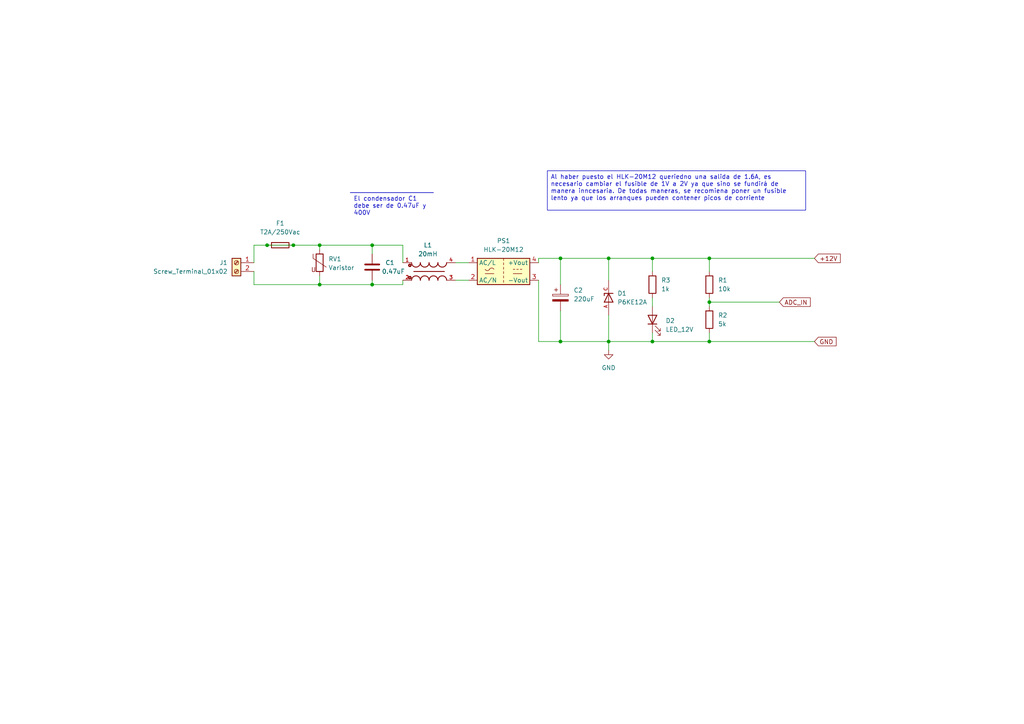
<source format=kicad_sch>
(kicad_sch
	(version 20250114)
	(generator "eeschema")
	(generator_version "9.0")
	(uuid "1f02fb27-fb15-4b09-994c-cc6aea473e7b")
	(paper "A4")
	(title_block
		(title "Convertidor CA a CC (+12V)")
	)
	(lib_symbols
		(symbol "Connector:Screw_Terminal_01x02"
			(pin_names
				(offset 1.016)
				(hide yes)
			)
			(exclude_from_sim no)
			(in_bom yes)
			(on_board yes)
			(property "Reference" "J"
				(at 0 2.54 0)
				(effects
					(font
						(size 1.27 1.27)
					)
				)
			)
			(property "Value" "Screw_Terminal_01x02"
				(at 0 -5.08 0)
				(effects
					(font
						(size 1.27 1.27)
					)
				)
			)
			(property "Footprint" ""
				(at 0 0 0)
				(effects
					(font
						(size 1.27 1.27)
					)
					(hide yes)
				)
			)
			(property "Datasheet" "~"
				(at 0 0 0)
				(effects
					(font
						(size 1.27 1.27)
					)
					(hide yes)
				)
			)
			(property "Description" "Generic screw terminal, single row, 01x02, script generated (kicad-library-utils/schlib/autogen/connector/)"
				(at 0 0 0)
				(effects
					(font
						(size 1.27 1.27)
					)
					(hide yes)
				)
			)
			(property "ki_keywords" "screw terminal"
				(at 0 0 0)
				(effects
					(font
						(size 1.27 1.27)
					)
					(hide yes)
				)
			)
			(property "ki_fp_filters" "TerminalBlock*:*"
				(at 0 0 0)
				(effects
					(font
						(size 1.27 1.27)
					)
					(hide yes)
				)
			)
			(symbol "Screw_Terminal_01x02_1_1"
				(rectangle
					(start -1.27 1.27)
					(end 1.27 -3.81)
					(stroke
						(width 0.254)
						(type default)
					)
					(fill
						(type background)
					)
				)
				(polyline
					(pts
						(xy -0.5334 0.3302) (xy 0.3302 -0.508)
					)
					(stroke
						(width 0.1524)
						(type default)
					)
					(fill
						(type none)
					)
				)
				(polyline
					(pts
						(xy -0.5334 -2.2098) (xy 0.3302 -3.048)
					)
					(stroke
						(width 0.1524)
						(type default)
					)
					(fill
						(type none)
					)
				)
				(polyline
					(pts
						(xy -0.3556 0.508) (xy 0.508 -0.3302)
					)
					(stroke
						(width 0.1524)
						(type default)
					)
					(fill
						(type none)
					)
				)
				(polyline
					(pts
						(xy -0.3556 -2.032) (xy 0.508 -2.8702)
					)
					(stroke
						(width 0.1524)
						(type default)
					)
					(fill
						(type none)
					)
				)
				(circle
					(center 0 0)
					(radius 0.635)
					(stroke
						(width 0.1524)
						(type default)
					)
					(fill
						(type none)
					)
				)
				(circle
					(center 0 -2.54)
					(radius 0.635)
					(stroke
						(width 0.1524)
						(type default)
					)
					(fill
						(type none)
					)
				)
				(pin passive line
					(at -5.08 0 0)
					(length 3.81)
					(name "Pin_1"
						(effects
							(font
								(size 1.27 1.27)
							)
						)
					)
					(number "1"
						(effects
							(font
								(size 1.27 1.27)
							)
						)
					)
				)
				(pin passive line
					(at -5.08 -2.54 0)
					(length 3.81)
					(name "Pin_2"
						(effects
							(font
								(size 1.27 1.27)
							)
						)
					)
					(number "2"
						(effects
							(font
								(size 1.27 1.27)
							)
						)
					)
				)
			)
			(embedded_fonts no)
		)
		(symbol "Converter_ACDC:HLK-20M12"
			(exclude_from_sim no)
			(in_bom yes)
			(on_board yes)
			(property "Reference" "PS"
				(at 0 5.08 0)
				(effects
					(font
						(size 1.27 1.27)
					)
				)
			)
			(property "Value" "HLK-20M12"
				(at 0 -5.08 0)
				(effects
					(font
						(size 1.27 1.27)
					)
				)
			)
			(property "Footprint" "Converter_ACDC:Converter_ACDC_Hi-Link_HLK-20Mxx"
				(at 0 -6.985 0)
				(effects
					(font
						(size 1.27 1.27)
					)
					(hide yes)
				)
			)
			(property "Datasheet" "https://h.hlktech.com/download/ACDC%E7%94%B5%E6%BA%90%E6%A8%A1%E5%9D%9720W%E7%B3%BB%E5%88%97/1/%E6%B5%B7%E5%87%8C%E7%A7%9120W%E7%B3%BB%E5%88%97%E7%94%B5%E6%BA%90%E6%A8%A1%E5%9D%97%E8%A7%84%E6%A0%BC%E4%B9%A6V1.6.pdf"
				(at 0 -8.89 0)
				(effects
					(font
						(size 1.27 1.27)
					)
					(hide yes)
				)
			)
			(property "Description" "Compact AC/DC board mount power module 20W 12V"
				(at 0 0 0)
				(effects
					(font
						(size 1.27 1.27)
					)
					(hide yes)
				)
			)
			(property "ki_keywords" "AC/DC module power supply"
				(at 0 0 0)
				(effects
					(font
						(size 1.27 1.27)
					)
					(hide yes)
				)
			)
			(property "ki_fp_filters" "Converter*ACDC*Hi?Link*HLK?20M*"
				(at 0 0 0)
				(effects
					(font
						(size 1.27 1.27)
					)
					(hide yes)
				)
			)
			(symbol "HLK-20M12_0_1"
				(rectangle
					(start -7.62 3.81)
					(end 7.62 -3.81)
					(stroke
						(width 0.254)
						(type default)
					)
					(fill
						(type background)
					)
				)
				(polyline
					(pts
						(xy -5.334 -0.635) (xy -2.794 -0.635)
					)
					(stroke
						(width 0)
						(type default)
					)
					(fill
						(type none)
					)
				)
				(arc
					(start -4.064 0.635)
					(mid -4.699 0.2495)
					(end -5.334 0.635)
					(stroke
						(width 0)
						(type default)
					)
					(fill
						(type none)
					)
				)
				(arc
					(start -4.064 0.635)
					(mid -3.429 1.0072)
					(end -2.794 0.635)
					(stroke
						(width 0)
						(type default)
					)
					(fill
						(type none)
					)
				)
				(polyline
					(pts
						(xy 0 3.81) (xy 0 3.175)
					)
					(stroke
						(width 0)
						(type default)
					)
					(fill
						(type none)
					)
				)
				(polyline
					(pts
						(xy 0 2.54) (xy 0 1.905)
					)
					(stroke
						(width 0)
						(type default)
					)
					(fill
						(type none)
					)
				)
				(polyline
					(pts
						(xy 0 1.27) (xy 0 0.635)
					)
					(stroke
						(width 0)
						(type default)
					)
					(fill
						(type none)
					)
				)
				(polyline
					(pts
						(xy 0 0) (xy 0 -0.635)
					)
					(stroke
						(width 0)
						(type default)
					)
					(fill
						(type none)
					)
				)
				(polyline
					(pts
						(xy 0 -1.27) (xy 0 -1.905)
					)
					(stroke
						(width 0)
						(type default)
					)
					(fill
						(type none)
					)
				)
				(polyline
					(pts
						(xy 0 -2.54) (xy 0 -3.175)
					)
					(stroke
						(width 0)
						(type default)
					)
					(fill
						(type none)
					)
				)
				(polyline
					(pts
						(xy 2.794 0.635) (xy 3.302 0.635)
					)
					(stroke
						(width 0)
						(type default)
					)
					(fill
						(type none)
					)
				)
				(polyline
					(pts
						(xy 2.794 -0.635) (xy 5.334 -0.635)
					)
					(stroke
						(width 0)
						(type default)
					)
					(fill
						(type none)
					)
				)
				(polyline
					(pts
						(xy 3.81 0.635) (xy 4.318 0.635)
					)
					(stroke
						(width 0)
						(type default)
					)
					(fill
						(type none)
					)
				)
				(polyline
					(pts
						(xy 4.826 0.635) (xy 5.334 0.635)
					)
					(stroke
						(width 0)
						(type default)
					)
					(fill
						(type none)
					)
				)
			)
			(symbol "HLK-20M12_1_1"
				(pin power_in line
					(at -10.16 2.54 0)
					(length 2.54)
					(name "AC/L"
						(effects
							(font
								(size 1.27 1.27)
							)
						)
					)
					(number "1"
						(effects
							(font
								(size 1.27 1.27)
							)
						)
					)
				)
				(pin power_in line
					(at -10.16 -2.54 0)
					(length 2.54)
					(name "AC/N"
						(effects
							(font
								(size 1.27 1.27)
							)
						)
					)
					(number "2"
						(effects
							(font
								(size 1.27 1.27)
							)
						)
					)
				)
				(pin power_out line
					(at 10.16 2.54 180)
					(length 2.54)
					(name "+Vout"
						(effects
							(font
								(size 1.27 1.27)
							)
						)
					)
					(number "4"
						(effects
							(font
								(size 1.27 1.27)
							)
						)
					)
				)
				(pin power_out line
					(at 10.16 -2.54 180)
					(length 2.54)
					(name "-Vout"
						(effects
							(font
								(size 1.27 1.27)
							)
						)
					)
					(number "3"
						(effects
							(font
								(size 1.27 1.27)
							)
						)
					)
				)
			)
			(embedded_fonts no)
		)
		(symbol "Device:C"
			(pin_numbers
				(hide yes)
			)
			(pin_names
				(offset 0.254)
			)
			(exclude_from_sim no)
			(in_bom yes)
			(on_board yes)
			(property "Reference" "C"
				(at 0.635 2.54 0)
				(effects
					(font
						(size 1.27 1.27)
					)
					(justify left)
				)
			)
			(property "Value" "C"
				(at 0.635 -2.54 0)
				(effects
					(font
						(size 1.27 1.27)
					)
					(justify left)
				)
			)
			(property "Footprint" ""
				(at 0.9652 -3.81 0)
				(effects
					(font
						(size 1.27 1.27)
					)
					(hide yes)
				)
			)
			(property "Datasheet" "~"
				(at 0 0 0)
				(effects
					(font
						(size 1.27 1.27)
					)
					(hide yes)
				)
			)
			(property "Description" "Unpolarized capacitor"
				(at 0 0 0)
				(effects
					(font
						(size 1.27 1.27)
					)
					(hide yes)
				)
			)
			(property "ki_keywords" "cap capacitor"
				(at 0 0 0)
				(effects
					(font
						(size 1.27 1.27)
					)
					(hide yes)
				)
			)
			(property "ki_fp_filters" "C_*"
				(at 0 0 0)
				(effects
					(font
						(size 1.27 1.27)
					)
					(hide yes)
				)
			)
			(symbol "C_0_1"
				(polyline
					(pts
						(xy -2.032 0.762) (xy 2.032 0.762)
					)
					(stroke
						(width 0.508)
						(type default)
					)
					(fill
						(type none)
					)
				)
				(polyline
					(pts
						(xy -2.032 -0.762) (xy 2.032 -0.762)
					)
					(stroke
						(width 0.508)
						(type default)
					)
					(fill
						(type none)
					)
				)
			)
			(symbol "C_1_1"
				(pin passive line
					(at 0 3.81 270)
					(length 2.794)
					(name "~"
						(effects
							(font
								(size 1.27 1.27)
							)
						)
					)
					(number "1"
						(effects
							(font
								(size 1.27 1.27)
							)
						)
					)
				)
				(pin passive line
					(at 0 -3.81 90)
					(length 2.794)
					(name "~"
						(effects
							(font
								(size 1.27 1.27)
							)
						)
					)
					(number "2"
						(effects
							(font
								(size 1.27 1.27)
							)
						)
					)
				)
			)
			(embedded_fonts no)
		)
		(symbol "Device:C_Polarized"
			(pin_numbers
				(hide yes)
			)
			(pin_names
				(offset 0.254)
			)
			(exclude_from_sim no)
			(in_bom yes)
			(on_board yes)
			(property "Reference" "C"
				(at 0.635 2.54 0)
				(effects
					(font
						(size 1.27 1.27)
					)
					(justify left)
				)
			)
			(property "Value" "C_Polarized"
				(at 0.635 -2.54 0)
				(effects
					(font
						(size 1.27 1.27)
					)
					(justify left)
				)
			)
			(property "Footprint" ""
				(at 0.9652 -3.81 0)
				(effects
					(font
						(size 1.27 1.27)
					)
					(hide yes)
				)
			)
			(property "Datasheet" "~"
				(at 0 0 0)
				(effects
					(font
						(size 1.27 1.27)
					)
					(hide yes)
				)
			)
			(property "Description" "Polarized capacitor"
				(at 0 0 0)
				(effects
					(font
						(size 1.27 1.27)
					)
					(hide yes)
				)
			)
			(property "ki_keywords" "cap capacitor"
				(at 0 0 0)
				(effects
					(font
						(size 1.27 1.27)
					)
					(hide yes)
				)
			)
			(property "ki_fp_filters" "CP_*"
				(at 0 0 0)
				(effects
					(font
						(size 1.27 1.27)
					)
					(hide yes)
				)
			)
			(symbol "C_Polarized_0_1"
				(rectangle
					(start -2.286 0.508)
					(end 2.286 1.016)
					(stroke
						(width 0)
						(type default)
					)
					(fill
						(type none)
					)
				)
				(polyline
					(pts
						(xy -1.778 2.286) (xy -0.762 2.286)
					)
					(stroke
						(width 0)
						(type default)
					)
					(fill
						(type none)
					)
				)
				(polyline
					(pts
						(xy -1.27 2.794) (xy -1.27 1.778)
					)
					(stroke
						(width 0)
						(type default)
					)
					(fill
						(type none)
					)
				)
				(rectangle
					(start 2.286 -0.508)
					(end -2.286 -1.016)
					(stroke
						(width 0)
						(type default)
					)
					(fill
						(type outline)
					)
				)
			)
			(symbol "C_Polarized_1_1"
				(pin passive line
					(at 0 3.81 270)
					(length 2.794)
					(name "~"
						(effects
							(font
								(size 1.27 1.27)
							)
						)
					)
					(number "1"
						(effects
							(font
								(size 1.27 1.27)
							)
						)
					)
				)
				(pin passive line
					(at 0 -3.81 90)
					(length 2.794)
					(name "~"
						(effects
							(font
								(size 1.27 1.27)
							)
						)
					)
					(number "2"
						(effects
							(font
								(size 1.27 1.27)
							)
						)
					)
				)
			)
			(embedded_fonts no)
		)
		(symbol "Device:Fuse"
			(pin_numbers
				(hide yes)
			)
			(pin_names
				(offset 0)
			)
			(exclude_from_sim no)
			(in_bom yes)
			(on_board yes)
			(property "Reference" "F"
				(at 2.032 0 90)
				(effects
					(font
						(size 1.27 1.27)
					)
				)
			)
			(property "Value" "Fuse"
				(at -1.905 0 90)
				(effects
					(font
						(size 1.27 1.27)
					)
				)
			)
			(property "Footprint" ""
				(at -1.778 0 90)
				(effects
					(font
						(size 1.27 1.27)
					)
					(hide yes)
				)
			)
			(property "Datasheet" "~"
				(at 0 0 0)
				(effects
					(font
						(size 1.27 1.27)
					)
					(hide yes)
				)
			)
			(property "Description" "Fuse"
				(at 0 0 0)
				(effects
					(font
						(size 1.27 1.27)
					)
					(hide yes)
				)
			)
			(property "ki_keywords" "fuse"
				(at 0 0 0)
				(effects
					(font
						(size 1.27 1.27)
					)
					(hide yes)
				)
			)
			(property "ki_fp_filters" "*Fuse*"
				(at 0 0 0)
				(effects
					(font
						(size 1.27 1.27)
					)
					(hide yes)
				)
			)
			(symbol "Fuse_0_1"
				(rectangle
					(start -0.762 -2.54)
					(end 0.762 2.54)
					(stroke
						(width 0.254)
						(type default)
					)
					(fill
						(type none)
					)
				)
				(polyline
					(pts
						(xy 0 2.54) (xy 0 -2.54)
					)
					(stroke
						(width 0)
						(type default)
					)
					(fill
						(type none)
					)
				)
			)
			(symbol "Fuse_1_1"
				(pin passive line
					(at 0 3.81 270)
					(length 1.27)
					(name "~"
						(effects
							(font
								(size 1.27 1.27)
							)
						)
					)
					(number "1"
						(effects
							(font
								(size 1.27 1.27)
							)
						)
					)
				)
				(pin passive line
					(at 0 -3.81 90)
					(length 1.27)
					(name "~"
						(effects
							(font
								(size 1.27 1.27)
							)
						)
					)
					(number "2"
						(effects
							(font
								(size 1.27 1.27)
							)
						)
					)
				)
			)
			(embedded_fonts no)
		)
		(symbol "Device:LED"
			(pin_numbers
				(hide yes)
			)
			(pin_names
				(offset 1.016)
				(hide yes)
			)
			(exclude_from_sim no)
			(in_bom yes)
			(on_board yes)
			(property "Reference" "D"
				(at 0 2.54 0)
				(effects
					(font
						(size 1.27 1.27)
					)
				)
			)
			(property "Value" "LED"
				(at 0 -2.54 0)
				(effects
					(font
						(size 1.27 1.27)
					)
				)
			)
			(property "Footprint" ""
				(at 0 0 0)
				(effects
					(font
						(size 1.27 1.27)
					)
					(hide yes)
				)
			)
			(property "Datasheet" "~"
				(at 0 0 0)
				(effects
					(font
						(size 1.27 1.27)
					)
					(hide yes)
				)
			)
			(property "Description" "Light emitting diode"
				(at 0 0 0)
				(effects
					(font
						(size 1.27 1.27)
					)
					(hide yes)
				)
			)
			(property "Sim.Pins" "1=K 2=A"
				(at 0 0 0)
				(effects
					(font
						(size 1.27 1.27)
					)
					(hide yes)
				)
			)
			(property "ki_keywords" "LED diode"
				(at 0 0 0)
				(effects
					(font
						(size 1.27 1.27)
					)
					(hide yes)
				)
			)
			(property "ki_fp_filters" "LED* LED_SMD:* LED_THT:*"
				(at 0 0 0)
				(effects
					(font
						(size 1.27 1.27)
					)
					(hide yes)
				)
			)
			(symbol "LED_0_1"
				(polyline
					(pts
						(xy -3.048 -0.762) (xy -4.572 -2.286) (xy -3.81 -2.286) (xy -4.572 -2.286) (xy -4.572 -1.524)
					)
					(stroke
						(width 0)
						(type default)
					)
					(fill
						(type none)
					)
				)
				(polyline
					(pts
						(xy -1.778 -0.762) (xy -3.302 -2.286) (xy -2.54 -2.286) (xy -3.302 -2.286) (xy -3.302 -1.524)
					)
					(stroke
						(width 0)
						(type default)
					)
					(fill
						(type none)
					)
				)
				(polyline
					(pts
						(xy -1.27 0) (xy 1.27 0)
					)
					(stroke
						(width 0)
						(type default)
					)
					(fill
						(type none)
					)
				)
				(polyline
					(pts
						(xy -1.27 -1.27) (xy -1.27 1.27)
					)
					(stroke
						(width 0.254)
						(type default)
					)
					(fill
						(type none)
					)
				)
				(polyline
					(pts
						(xy 1.27 -1.27) (xy 1.27 1.27) (xy -1.27 0) (xy 1.27 -1.27)
					)
					(stroke
						(width 0.254)
						(type default)
					)
					(fill
						(type none)
					)
				)
			)
			(symbol "LED_1_1"
				(pin passive line
					(at -3.81 0 0)
					(length 2.54)
					(name "K"
						(effects
							(font
								(size 1.27 1.27)
							)
						)
					)
					(number "1"
						(effects
							(font
								(size 1.27 1.27)
							)
						)
					)
				)
				(pin passive line
					(at 3.81 0 180)
					(length 2.54)
					(name "A"
						(effects
							(font
								(size 1.27 1.27)
							)
						)
					)
					(number "2"
						(effects
							(font
								(size 1.27 1.27)
							)
						)
					)
				)
			)
			(embedded_fonts no)
		)
		(symbol "Device:R"
			(pin_numbers
				(hide yes)
			)
			(pin_names
				(offset 0)
			)
			(exclude_from_sim no)
			(in_bom yes)
			(on_board yes)
			(property "Reference" "R"
				(at 2.032 0 90)
				(effects
					(font
						(size 1.27 1.27)
					)
				)
			)
			(property "Value" "R"
				(at 0 0 90)
				(effects
					(font
						(size 1.27 1.27)
					)
				)
			)
			(property "Footprint" ""
				(at -1.778 0 90)
				(effects
					(font
						(size 1.27 1.27)
					)
					(hide yes)
				)
			)
			(property "Datasheet" "~"
				(at 0 0 0)
				(effects
					(font
						(size 1.27 1.27)
					)
					(hide yes)
				)
			)
			(property "Description" "Resistor"
				(at 0 0 0)
				(effects
					(font
						(size 1.27 1.27)
					)
					(hide yes)
				)
			)
			(property "ki_keywords" "R res resistor"
				(at 0 0 0)
				(effects
					(font
						(size 1.27 1.27)
					)
					(hide yes)
				)
			)
			(property "ki_fp_filters" "R_*"
				(at 0 0 0)
				(effects
					(font
						(size 1.27 1.27)
					)
					(hide yes)
				)
			)
			(symbol "R_0_1"
				(rectangle
					(start -1.016 -2.54)
					(end 1.016 2.54)
					(stroke
						(width 0.254)
						(type default)
					)
					(fill
						(type none)
					)
				)
			)
			(symbol "R_1_1"
				(pin passive line
					(at 0 3.81 270)
					(length 1.27)
					(name "~"
						(effects
							(font
								(size 1.27 1.27)
							)
						)
					)
					(number "1"
						(effects
							(font
								(size 1.27 1.27)
							)
						)
					)
				)
				(pin passive line
					(at 0 -3.81 90)
					(length 1.27)
					(name "~"
						(effects
							(font
								(size 1.27 1.27)
							)
						)
					)
					(number "2"
						(effects
							(font
								(size 1.27 1.27)
							)
						)
					)
				)
			)
			(embedded_fonts no)
		)
		(symbol "Device:Varistor"
			(pin_numbers
				(hide yes)
			)
			(pin_names
				(offset 0)
			)
			(exclude_from_sim no)
			(in_bom yes)
			(on_board yes)
			(property "Reference" "RV"
				(at 3.175 0 90)
				(effects
					(font
						(size 1.27 1.27)
					)
				)
			)
			(property "Value" "Varistor"
				(at -3.175 0 90)
				(effects
					(font
						(size 1.27 1.27)
					)
				)
			)
			(property "Footprint" ""
				(at -1.778 0 90)
				(effects
					(font
						(size 1.27 1.27)
					)
					(hide yes)
				)
			)
			(property "Datasheet" "~"
				(at 0 0 0)
				(effects
					(font
						(size 1.27 1.27)
					)
					(hide yes)
				)
			)
			(property "Description" "Voltage dependent resistor"
				(at 0 0 0)
				(effects
					(font
						(size 1.27 1.27)
					)
					(hide yes)
				)
			)
			(property "Sim.Name" "kicad_builtin_varistor"
				(at 0 0 0)
				(effects
					(font
						(size 1.27 1.27)
					)
					(hide yes)
				)
			)
			(property "Sim.Device" "SUBCKT"
				(at 0 0 0)
				(effects
					(font
						(size 1.27 1.27)
					)
					(hide yes)
				)
			)
			(property "Sim.Pins" "1=A 2=B"
				(at 0 0 0)
				(effects
					(font
						(size 1.27 1.27)
					)
					(hide yes)
				)
			)
			(property "Sim.Params" "threshold=1k"
				(at 0 0 0)
				(effects
					(font
						(size 1.27 1.27)
					)
					(hide yes)
				)
			)
			(property "Sim.Library" "${KICAD7_SYMBOL_DIR}/Simulation_SPICE.sp"
				(at 0 0 0)
				(effects
					(font
						(size 1.27 1.27)
					)
					(hide yes)
				)
			)
			(property "ki_keywords" "VDR resistance"
				(at 0 0 0)
				(effects
					(font
						(size 1.27 1.27)
					)
					(hide yes)
				)
			)
			(property "ki_fp_filters" "RV_* Varistor*"
				(at 0 0 0)
				(effects
					(font
						(size 1.27 1.27)
					)
					(hide yes)
				)
			)
			(symbol "Varistor_0_0"
				(text "U"
					(at -1.778 -2.032 0)
					(effects
						(font
							(size 1.27 1.27)
						)
					)
				)
			)
			(symbol "Varistor_0_1"
				(polyline
					(pts
						(xy -1.905 2.54) (xy -1.905 1.27) (xy 1.905 -1.27)
					)
					(stroke
						(width 0)
						(type default)
					)
					(fill
						(type none)
					)
				)
				(rectangle
					(start -1.016 -2.54)
					(end 1.016 2.54)
					(stroke
						(width 0.254)
						(type default)
					)
					(fill
						(type none)
					)
				)
			)
			(symbol "Varistor_1_1"
				(pin passive line
					(at 0 3.81 270)
					(length 1.27)
					(name "~"
						(effects
							(font
								(size 1.27 1.27)
							)
						)
					)
					(number "1"
						(effects
							(font
								(size 1.27 1.27)
							)
						)
					)
				)
				(pin passive line
					(at 0 -3.81 90)
					(length 1.27)
					(name "~"
						(effects
							(font
								(size 1.27 1.27)
							)
						)
					)
					(number "2"
						(effects
							(font
								(size 1.27 1.27)
							)
						)
					)
				)
			)
			(embedded_fonts no)
		)
		(symbol "P6KE12A:P6KE12A"
			(pin_names
				(offset 1.016)
			)
			(exclude_from_sim no)
			(in_bom yes)
			(on_board yes)
			(property "Reference" "D"
				(at -5.0835 2.4159 0)
				(effects
					(font
						(size 1.27 1.27)
					)
					(justify left bottom)
				)
			)
			(property "Value" "P6KE12A"
				(at -5.0854 -4.9611 0)
				(effects
					(font
						(size 1.27 1.27)
					)
					(justify left bottom)
				)
			)
			(property "Footprint" "P6KE12A:DIOAD1300W80L670D310"
				(at 0 0 0)
				(effects
					(font
						(size 1.27 1.27)
					)
					(justify bottom)
					(hide yes)
				)
			)
			(property "Datasheet" ""
				(at 0 0 0)
				(effects
					(font
						(size 1.27 1.27)
					)
					(hide yes)
				)
			)
			(property "Description" ""
				(at 0 0 0)
				(effects
					(font
						(size 1.27 1.27)
					)
					(hide yes)
				)
			)
			(property "MF" "Taiwan Semiconductor"
				(at 0 0 0)
				(effects
					(font
						(size 1.27 1.27)
					)
					(justify bottom)
					(hide yes)
				)
			)
			(property "MAXIMUM_PACKAGE_HEIGHT" "3.6 mm"
				(at 0 0 0)
				(effects
					(font
						(size 1.27 1.27)
					)
					(justify bottom)
					(hide yes)
				)
			)
			(property "Package" "DO-15 Taiwan Semiconductor"
				(at 0 0 0)
				(effects
					(font
						(size 1.27 1.27)
					)
					(justify bottom)
					(hide yes)
				)
			)
			(property "Price" "None"
				(at 0 0 0)
				(effects
					(font
						(size 1.27 1.27)
					)
					(justify bottom)
					(hide yes)
				)
			)
			(property "Check_prices" "https://www.snapeda.com/parts/P6KE12A/taiwan/view-part/?ref=eda"
				(at 0 0 0)
				(effects
					(font
						(size 1.27 1.27)
					)
					(justify bottom)
					(hide yes)
				)
			)
			(property "STANDARD" "IPC-7351B"
				(at 0 0 0)
				(effects
					(font
						(size 1.27 1.27)
					)
					(justify bottom)
					(hide yes)
				)
			)
			(property "PARTREV" "K2105"
				(at 0 0 0)
				(effects
					(font
						(size 1.27 1.27)
					)
					(justify bottom)
					(hide yes)
				)
			)
			(property "SnapEDA_Link" "https://www.snapeda.com/parts/P6KE12A/taiwan/view-part/?ref=snap"
				(at 0 0 0)
				(effects
					(font
						(size 1.27 1.27)
					)
					(justify bottom)
					(hide yes)
				)
			)
			(property "MP" "P6KE12A"
				(at 0 0 0)
				(effects
					(font
						(size 1.27 1.27)
					)
					(justify bottom)
					(hide yes)
				)
			)
			(property "Description_1" "600W, 12V, Unidirectional, TVS"
				(at 0 0 0)
				(effects
					(font
						(size 1.27 1.27)
					)
					(justify bottom)
					(hide yes)
				)
			)
			(property "Availability" "In Stock"
				(at 0 0 0)
				(effects
					(font
						(size 1.27 1.27)
					)
					(justify bottom)
					(hide yes)
				)
			)
			(property "MANUFACTURER" "Taiwan Semiconductor"
				(at 0 0 0)
				(effects
					(font
						(size 1.27 1.27)
					)
					(justify bottom)
					(hide yes)
				)
			)
			(symbol "P6KE12A_0_0"
				(polyline
					(pts
						(xy -1.27 0) (xy -1.27 1.27)
					)
					(stroke
						(width 0.254)
						(type default)
					)
					(fill
						(type none)
					)
				)
				(polyline
					(pts
						(xy -1.27 0) (xy 1.27 -1.27)
					)
					(stroke
						(width 0.254)
						(type default)
					)
					(fill
						(type none)
					)
				)
				(polyline
					(pts
						(xy -1.27 -1.27) (xy -1.27 0)
					)
					(stroke
						(width 0.254)
						(type default)
					)
					(fill
						(type none)
					)
				)
				(polyline
					(pts
						(xy -0.635 -1.27) (xy -1.27 -1.27)
					)
					(stroke
						(width 0.254)
						(type default)
					)
					(fill
						(type none)
					)
				)
				(polyline
					(pts
						(xy 1.27 1.27) (xy -1.27 0)
					)
					(stroke
						(width 0.254)
						(type default)
					)
					(fill
						(type none)
					)
				)
				(polyline
					(pts
						(xy 1.27 -1.27) (xy 1.27 1.27)
					)
					(stroke
						(width 0.254)
						(type default)
					)
					(fill
						(type none)
					)
				)
				(pin passive line
					(at -5.08 0 0)
					(length 5.08)
					(name "~"
						(effects
							(font
								(size 1.016 1.016)
							)
						)
					)
					(number "C"
						(effects
							(font
								(size 1.016 1.016)
							)
						)
					)
				)
				(pin passive line
					(at 5.08 0 180)
					(length 5.08)
					(name "~"
						(effects
							(font
								(size 1.016 1.016)
							)
						)
					)
					(number "A"
						(effects
							(font
								(size 1.016 1.016)
							)
						)
					)
				)
			)
			(embedded_fonts no)
		)
		(symbol "WE-CMB_XS:WE-CMB_XS"
			(pin_names
				(offset 1.016)
			)
			(exclude_from_sim no)
			(in_bom yes)
			(on_board yes)
			(property "Reference" "L"
				(at 0 3.51 0)
				(effects
					(font
						(size 1.27 1.27)
					)
					(justify bottom)
				)
			)
			(property "Value" "20mH"
				(at 0 0 0)
				(effects
					(font
						(size 1.27 1.27)
					)
					(justify bottom)
					(hide yes)
				)
			)
			(property "Footprint" "WE-CMB_XS:WE-CMB_XS_744821120"
				(at 0 0 0)
				(effects
					(font
						(size 1.27 1.27)
					)
					(justify bottom)
					(hide yes)
				)
			)
			(property "Datasheet" ""
				(at 0 0 0)
				(effects
					(font
						(size 1.27 1.27)
					)
					(hide yes)
				)
			)
			(property "Description" ""
				(at 0 0 0)
				(effects
					(font
						(size 1.27 1.27)
					)
					(hide yes)
				)
			)
			(property "MF" "Wurth Electronics"
				(at 0 0 0)
				(effects
					(font
						(size 1.27 1.27)
					)
					(justify bottom)
					(hide yes)
				)
			)
			(property "Description_1" "Size Typ XS; L = 20 mH; IR = 0.5 A; RDC = 1000 mΩ"
				(at 0 0 0)
				(effects
					(font
						(size 1.27 1.27)
					)
					(justify bottom)
					(hide yes)
				)
			)
			(property "Package" "Vertical-4 Wurth Electronics"
				(at 0 0 0)
				(effects
					(font
						(size 1.27 1.27)
					)
					(justify bottom)
					(hide yes)
				)
			)
			(property "MOUNT" "THT"
				(at 0 0 0)
				(effects
					(font
						(size 1.27 1.27)
					)
					(justify bottom)
					(hide yes)
				)
			)
			(property "IR" "0.5A"
				(at 0 0 0)
				(effects
					(font
						(size 1.27 1.27)
					)
					(justify bottom)
					(hide yes)
				)
			)
			(property "Availability" "In Stock"
				(at 0 0 0)
				(effects
					(font
						(size 1.27 1.27)
					)
					(justify bottom)
					(hide yes)
				)
			)
			(property "VR" "250 V (AC)"
				(at 0 0 0)
				(effects
					(font
						(size 1.27 1.27)
					)
					(justify bottom)
					(hide yes)
				)
			)
			(property "SnapEDA_Link" "https://www.snapeda.com/parts/744821120/Wurth+Electronics/view-part/?ref=snap"
				(at 0 0 0)
				(effects
					(font
						(size 1.27 1.27)
					)
					(justify bottom)
					(hide yes)
				)
			)
			(property "DATASHEET-URL" "https://www.we-online.com/catalog/datasheet/744821120.pdf"
				(at 0 0 0)
				(effects
					(font
						(size 1.27 1.27)
					)
					(justify bottom)
					(hide yes)
				)
			)
			(property "MP" "744821120"
				(at 0 0 0)
				(effects
					(font
						(size 1.27 1.27)
					)
					(justify bottom)
					(hide yes)
				)
			)
			(property "RDC" "1000mOhm"
				(at 0 0 0)
				(effects
					(font
						(size 1.27 1.27)
					)
					(justify bottom)
					(hide yes)
				)
			)
			(property "PART-NUMBER" "744821120"
				(at 0 0 0)
				(effects
					(font
						(size 1.27 1.27)
					)
					(justify bottom)
					(hide yes)
				)
			)
			(property "VT" "1500  V (AC)"
				(at 0 0 0)
				(effects
					(font
						(size 1.27 1.27)
					)
					(justify bottom)
					(hide yes)
				)
			)
			(property "Price" "None"
				(at 0 0 0)
				(effects
					(font
						(size 1.27 1.27)
					)
					(justify bottom)
					(hide yes)
				)
			)
			(property "Check_prices" "https://www.snapeda.com/parts/744821120/Wurth+Electronics/view-part/?ref=eda"
				(at 0 0 0)
				(effects
					(font
						(size 1.27 1.27)
					)
					(justify bottom)
					(hide yes)
				)
			)
			(symbol "WE-CMB_XS_0_0"
				(circle
					(center -5.588 1.778)
					(radius 0.127)
					(stroke
						(width 0.381)
						(type default)
					)
					(fill
						(type none)
					)
				)
				(circle
					(center -5.588 -1.778)
					(radius 0.127)
					(stroke
						(width 0.381)
						(type default)
					)
					(fill
						(type none)
					)
				)
				(polyline
					(pts
						(xy -4.445 0) (xy 4.445 0)
					)
					(stroke
						(width 0.254)
						(type default)
					)
					(fill
						(type none)
					)
				)
				(arc
					(start -2.54 2.54)
					(mid -3.81 1.2755)
					(end -5.08 2.54)
					(stroke
						(width 0.254)
						(type default)
					)
					(fill
						(type none)
					)
				)
				(arc
					(start -5.08 -2.54)
					(mid -3.81 -1.2755)
					(end -2.54 -2.54)
					(stroke
						(width 0.254)
						(type default)
					)
					(fill
						(type none)
					)
				)
				(arc
					(start 0 2.54)
					(mid -1.27 1.2755)
					(end -2.54 2.54)
					(stroke
						(width 0.254)
						(type default)
					)
					(fill
						(type none)
					)
				)
				(arc
					(start -2.54 -2.54)
					(mid -1.27 -1.2755)
					(end 0 -2.54)
					(stroke
						(width 0.254)
						(type default)
					)
					(fill
						(type none)
					)
				)
				(arc
					(start 2.54 2.54)
					(mid 1.27 1.2755)
					(end 0 2.54)
					(stroke
						(width 0.254)
						(type default)
					)
					(fill
						(type none)
					)
				)
				(arc
					(start 0 -2.54)
					(mid 1.27 -1.2755)
					(end 2.54 -2.54)
					(stroke
						(width 0.254)
						(type default)
					)
					(fill
						(type none)
					)
				)
				(arc
					(start 5.08 2.54)
					(mid 3.81 1.2755)
					(end 2.54 2.54)
					(stroke
						(width 0.254)
						(type default)
					)
					(fill
						(type none)
					)
				)
				(arc
					(start 2.54 -2.54)
					(mid 3.81 -1.2755)
					(end 5.08 -2.54)
					(stroke
						(width 0.254)
						(type default)
					)
					(fill
						(type none)
					)
				)
				(pin passive line
					(at -7.62 2.54 0)
					(length 2.54)
					(name "~"
						(effects
							(font
								(size 1.016 1.016)
							)
						)
					)
					(number "1"
						(effects
							(font
								(size 1.016 1.016)
							)
						)
					)
				)
				(pin passive line
					(at -7.62 -2.54 0)
					(length 2.54)
					(name "~"
						(effects
							(font
								(size 1.016 1.016)
							)
						)
					)
					(number "2"
						(effects
							(font
								(size 1.016 1.016)
							)
						)
					)
				)
				(pin passive line
					(at 7.62 2.54 180)
					(length 2.54)
					(name "~"
						(effects
							(font
								(size 1.016 1.016)
							)
						)
					)
					(number "4"
						(effects
							(font
								(size 1.016 1.016)
							)
						)
					)
				)
				(pin passive line
					(at 7.62 -2.54 180)
					(length 2.54)
					(name "~"
						(effects
							(font
								(size 1.016 1.016)
							)
						)
					)
					(number "3"
						(effects
							(font
								(size 1.016 1.016)
							)
						)
					)
				)
			)
			(embedded_fonts no)
		)
		(symbol "power:GND"
			(power)
			(pin_numbers
				(hide yes)
			)
			(pin_names
				(offset 0)
				(hide yes)
			)
			(exclude_from_sim no)
			(in_bom yes)
			(on_board yes)
			(property "Reference" "#PWR"
				(at 0 -6.35 0)
				(effects
					(font
						(size 1.27 1.27)
					)
					(hide yes)
				)
			)
			(property "Value" "GND"
				(at 0 -3.81 0)
				(effects
					(font
						(size 1.27 1.27)
					)
				)
			)
			(property "Footprint" ""
				(at 0 0 0)
				(effects
					(font
						(size 1.27 1.27)
					)
					(hide yes)
				)
			)
			(property "Datasheet" ""
				(at 0 0 0)
				(effects
					(font
						(size 1.27 1.27)
					)
					(hide yes)
				)
			)
			(property "Description" "Power symbol creates a global label with name \"GND\" , ground"
				(at 0 0 0)
				(effects
					(font
						(size 1.27 1.27)
					)
					(hide yes)
				)
			)
			(property "ki_keywords" "global power"
				(at 0 0 0)
				(effects
					(font
						(size 1.27 1.27)
					)
					(hide yes)
				)
			)
			(symbol "GND_0_1"
				(polyline
					(pts
						(xy 0 0) (xy 0 -1.27) (xy 1.27 -1.27) (xy 0 -2.54) (xy -1.27 -1.27) (xy 0 -1.27)
					)
					(stroke
						(width 0)
						(type default)
					)
					(fill
						(type none)
					)
				)
			)
			(symbol "GND_1_1"
				(pin power_in line
					(at 0 0 270)
					(length 0)
					(name "~"
						(effects
							(font
								(size 1.27 1.27)
							)
						)
					)
					(number "1"
						(effects
							(font
								(size 1.27 1.27)
							)
						)
					)
				)
			)
			(embedded_fonts no)
		)
	)
	(text_box "El condensador C1 debe ser de 0.47uF y 400V \n"
		(exclude_from_sim no)
		(at 101.6 55.8546 0)
		(size 24.13 0.0254)
		(margins 0.9525 0.9525 0.9525 0.9525)
		(stroke
			(width 0)
			(type solid)
		)
		(fill
			(type none)
		)
		(effects
			(font
				(size 1.27 1.27)
			)
			(justify left top)
		)
		(uuid "023c902c-5b2c-4ea0-9987-50ddb0e71ed9")
	)
	(text_box "Al haber puesto el HLK-20M12 queriedno una salida de 1.6A, es necesario cambiar el fusible de 1V a 2V ya que sino se fundirá de manera inncesaria. De todas maneras, se recomiena poner un fusible lento ya que los arranques pueden contener picos de corriente\n"
		(exclude_from_sim no)
		(at 158.75 49.53 0)
		(size 74.93 11.43)
		(margins 0.9525 0.9525 0.9525 0.9525)
		(stroke
			(width 0)
			(type solid)
		)
		(fill
			(type none)
		)
		(effects
			(font
				(size 1.27 1.27)
			)
			(justify left top)
		)
		(uuid "ac66adf2-654c-404f-aa85-be5e6c77d131")
	)
	(junction
		(at 176.53 74.93)
		(diameter 0)
		(color 0 0 0 0)
		(uuid "089713ae-3a5a-4746-9fe1-e1d5940111e4")
	)
	(junction
		(at 107.95 71.12)
		(diameter 0)
		(color 0 0 0 0)
		(uuid "1a973475-192a-4b93-b161-d75cb9ddf7d0")
	)
	(junction
		(at 92.71 71.12)
		(diameter 0)
		(color 0 0 0 0)
		(uuid "1bd32811-609a-40b2-85c7-f4db7751378f")
	)
	(junction
		(at 189.23 74.93)
		(diameter 0)
		(color 0 0 0 0)
		(uuid "23f0ab72-b9f4-4b9b-964d-6e7bd1755868")
	)
	(junction
		(at 92.71 82.55)
		(diameter 0)
		(color 0 0 0 0)
		(uuid "2b622a1d-89f5-48c3-8d1e-3600acc1d49f")
	)
	(junction
		(at 85.09 71.12)
		(diameter 0)
		(color 0 0 0 0)
		(uuid "3dc97252-2d0c-45ae-ab77-ef40cd84a0d6")
	)
	(junction
		(at 162.56 99.06)
		(diameter 0)
		(color 0 0 0 0)
		(uuid "4f17d732-d278-4252-8298-873899594dd1")
	)
	(junction
		(at 107.95 82.55)
		(diameter 0)
		(color 0 0 0 0)
		(uuid "5f69cba8-ffe6-4c39-9054-adf026064a0f")
	)
	(junction
		(at 189.23 99.06)
		(diameter 0)
		(color 0 0 0 0)
		(uuid "817122dc-fd82-4a9d-98d7-6377c8dd40ac")
	)
	(junction
		(at 205.74 99.06)
		(diameter 0)
		(color 0 0 0 0)
		(uuid "9e0e42f2-28df-431c-a0a3-621e950758af")
	)
	(junction
		(at 162.56 74.93)
		(diameter 0)
		(color 0 0 0 0)
		(uuid "a4114764-fdbe-43a1-bf0d-5634ade5c485")
	)
	(junction
		(at 205.74 74.93)
		(diameter 0)
		(color 0 0 0 0)
		(uuid "ad548323-928f-4393-a30d-da867fc4e404")
	)
	(junction
		(at 77.47 71.12)
		(diameter 0)
		(color 0 0 0 0)
		(uuid "b1cb2ae8-8916-4dad-af13-0dc9d34e9dbc")
	)
	(junction
		(at 176.53 99.06)
		(diameter 0)
		(color 0 0 0 0)
		(uuid "c8de65bb-9c81-445b-89da-678e13987c2e")
	)
	(junction
		(at 205.74 87.63)
		(diameter 0)
		(color 0 0 0 0)
		(uuid "f388e8d1-5dd0-4f28-949e-ffc1e38962b1")
	)
	(wire
		(pts
			(xy 132.08 76.2) (xy 135.89 76.2)
		)
		(stroke
			(width 0)
			(type default)
		)
		(uuid "01d65cb9-55fc-4a58-869a-7401119ac290")
	)
	(wire
		(pts
			(xy 107.95 82.55) (xy 116.84 82.55)
		)
		(stroke
			(width 0)
			(type default)
		)
		(uuid "09327d26-14b0-485d-999b-bb4d7b9328d3")
	)
	(wire
		(pts
			(xy 116.84 71.12) (xy 116.84 76.2)
		)
		(stroke
			(width 0)
			(type default)
		)
		(uuid "0eda05c8-c415-4a8e-9b4d-4f0275482ae8")
	)
	(wire
		(pts
			(xy 73.66 82.55) (xy 92.71 82.55)
		)
		(stroke
			(width 0)
			(type default)
		)
		(uuid "1a12a894-f393-445b-bd7b-c9b766f18fdd")
	)
	(wire
		(pts
			(xy 77.47 71.12) (xy 85.09 71.12)
		)
		(stroke
			(width 0)
			(type default)
		)
		(uuid "1a58edad-3918-442c-934d-a2041f1c5579")
	)
	(wire
		(pts
			(xy 189.23 86.36) (xy 189.23 88.9)
		)
		(stroke
			(width 0)
			(type default)
		)
		(uuid "1cd21a34-98e4-47d5-a9e5-c06145eaf8e3")
	)
	(wire
		(pts
			(xy 162.56 99.06) (xy 176.53 99.06)
		)
		(stroke
			(width 0)
			(type default)
		)
		(uuid "23f44547-9b1a-4a66-9b33-d9c5ca178c75")
	)
	(wire
		(pts
			(xy 107.95 71.12) (xy 116.84 71.12)
		)
		(stroke
			(width 0)
			(type default)
		)
		(uuid "24c3ed46-44b2-4169-be6e-7d8e657b36c1")
	)
	(wire
		(pts
			(xy 176.53 81.28) (xy 176.53 74.93)
		)
		(stroke
			(width 0)
			(type default)
		)
		(uuid "2d297abb-4120-44ae-9036-15947d20f6e1")
	)
	(wire
		(pts
			(xy 205.74 74.93) (xy 205.74 78.74)
		)
		(stroke
			(width 0)
			(type default)
		)
		(uuid "3485f69d-24ab-4367-9f25-8fb7f72311b8")
	)
	(wire
		(pts
			(xy 162.56 90.17) (xy 162.56 99.06)
		)
		(stroke
			(width 0)
			(type default)
		)
		(uuid "419ab9fe-7a0d-442a-a911-297eb0f22de4")
	)
	(wire
		(pts
			(xy 73.66 71.12) (xy 77.47 71.12)
		)
		(stroke
			(width 0)
			(type default)
		)
		(uuid "54575e26-19be-4bb3-9aad-b4ee72ce286b")
	)
	(wire
		(pts
			(xy 156.21 74.93) (xy 162.56 74.93)
		)
		(stroke
			(width 0)
			(type default)
		)
		(uuid "5bda0b21-21e1-48c6-8b37-5065bb06d475")
	)
	(wire
		(pts
			(xy 176.53 99.06) (xy 189.23 99.06)
		)
		(stroke
			(width 0)
			(type default)
		)
		(uuid "61b1bf02-0bf7-4037-a01f-dd8f720e93ea")
	)
	(wire
		(pts
			(xy 189.23 96.52) (xy 189.23 99.06)
		)
		(stroke
			(width 0)
			(type default)
		)
		(uuid "66905c43-691a-4907-be40-32247123709f")
	)
	(wire
		(pts
			(xy 189.23 99.06) (xy 205.74 99.06)
		)
		(stroke
			(width 0)
			(type default)
		)
		(uuid "6badee71-bbb9-48c5-b271-50e5439ff234")
	)
	(wire
		(pts
			(xy 176.53 101.6) (xy 176.53 99.06)
		)
		(stroke
			(width 0)
			(type default)
		)
		(uuid "6da8530f-9250-4fb3-a3db-4ace5f487916")
	)
	(wire
		(pts
			(xy 156.21 74.93) (xy 156.21 76.2)
		)
		(stroke
			(width 0)
			(type default)
		)
		(uuid "7056931f-0be0-4c6c-9534-bebcf93c6623")
	)
	(wire
		(pts
			(xy 73.66 78.74) (xy 73.66 82.55)
		)
		(stroke
			(width 0)
			(type default)
		)
		(uuid "7238be7a-92e1-44e4-b407-e64b1d717ce6")
	)
	(wire
		(pts
			(xy 205.74 99.06) (xy 236.22 99.06)
		)
		(stroke
			(width 0)
			(type default)
		)
		(uuid "72cd4c03-e7c4-4de8-9759-a83a6629888d")
	)
	(wire
		(pts
			(xy 205.74 87.63) (xy 205.74 88.9)
		)
		(stroke
			(width 0)
			(type default)
		)
		(uuid "883375e5-baa8-44ff-973d-29472081322d")
	)
	(wire
		(pts
			(xy 107.95 71.12) (xy 107.95 73.66)
		)
		(stroke
			(width 0)
			(type default)
		)
		(uuid "9334c146-487e-4c4d-b5fe-db60e0ed3e35")
	)
	(wire
		(pts
			(xy 92.71 71.12) (xy 107.95 71.12)
		)
		(stroke
			(width 0)
			(type default)
		)
		(uuid "98ac0bb5-b47f-4342-86f8-d20ff0a73490")
	)
	(wire
		(pts
			(xy 205.74 86.36) (xy 205.74 87.63)
		)
		(stroke
			(width 0)
			(type default)
		)
		(uuid "9b0495c2-eb48-43a3-aa25-de0dc145ce48")
	)
	(wire
		(pts
			(xy 176.53 74.93) (xy 189.23 74.93)
		)
		(stroke
			(width 0)
			(type default)
		)
		(uuid "a0de5e4f-e446-4d0d-9cbb-5f5d69a5896a")
	)
	(wire
		(pts
			(xy 162.56 74.93) (xy 176.53 74.93)
		)
		(stroke
			(width 0)
			(type default)
		)
		(uuid "b0100a83-71c0-4415-9655-36d0bb4df5c8")
	)
	(wire
		(pts
			(xy 189.23 74.93) (xy 205.74 74.93)
		)
		(stroke
			(width 0)
			(type default)
		)
		(uuid "b76883ee-8f41-4262-996d-f84d707de0bf")
	)
	(wire
		(pts
			(xy 92.71 80.01) (xy 92.71 82.55)
		)
		(stroke
			(width 0)
			(type default)
		)
		(uuid "bd62baae-d0c0-479c-b114-e612364f2eed")
	)
	(wire
		(pts
			(xy 156.21 81.28) (xy 156.21 99.06)
		)
		(stroke
			(width 0)
			(type default)
		)
		(uuid "cabd5891-749b-41e8-a6a9-6b9afb50eb21")
	)
	(wire
		(pts
			(xy 132.08 81.28) (xy 135.89 81.28)
		)
		(stroke
			(width 0)
			(type default)
		)
		(uuid "ccbd4de6-2757-4071-8ef5-3bf284d448bd")
	)
	(wire
		(pts
			(xy 205.74 74.93) (xy 236.22 74.93)
		)
		(stroke
			(width 0)
			(type default)
		)
		(uuid "d2c79bec-d7a2-41a4-b86a-0e9af78b6647")
	)
	(wire
		(pts
			(xy 189.23 74.93) (xy 189.23 78.74)
		)
		(stroke
			(width 0)
			(type default)
		)
		(uuid "d576d500-23f9-41d8-86d4-4edcd914e639")
	)
	(wire
		(pts
			(xy 162.56 82.55) (xy 162.56 74.93)
		)
		(stroke
			(width 0)
			(type default)
		)
		(uuid "d6bc7517-2386-4bc9-84fe-f32aa4701863")
	)
	(wire
		(pts
			(xy 92.71 71.12) (xy 85.09 71.12)
		)
		(stroke
			(width 0)
			(type default)
		)
		(uuid "dc9fae05-5349-45ad-a3da-f5d158683d5e")
	)
	(wire
		(pts
			(xy 73.66 76.2) (xy 73.66 71.12)
		)
		(stroke
			(width 0)
			(type default)
		)
		(uuid "e2593b7a-2f31-43ea-8c01-f9b748e95353")
	)
	(wire
		(pts
			(xy 156.21 99.06) (xy 162.56 99.06)
		)
		(stroke
			(width 0)
			(type default)
		)
		(uuid "e4df07be-5cbe-424e-9881-5382d0e83b53")
	)
	(wire
		(pts
			(xy 205.74 87.63) (xy 226.06 87.63)
		)
		(stroke
			(width 0)
			(type default)
		)
		(uuid "e58901ce-c8f4-4f05-a527-075065907aff")
	)
	(wire
		(pts
			(xy 116.84 82.55) (xy 116.84 81.28)
		)
		(stroke
			(width 0)
			(type default)
		)
		(uuid "e6cc8213-b593-49b0-8915-691767b1e712")
	)
	(wire
		(pts
			(xy 92.71 71.12) (xy 92.71 72.39)
		)
		(stroke
			(width 0)
			(type default)
		)
		(uuid "e7a53c01-1a3d-493b-b448-8a524ee617c8")
	)
	(wire
		(pts
			(xy 107.95 81.28) (xy 107.95 82.55)
		)
		(stroke
			(width 0)
			(type default)
		)
		(uuid "ea6e59bd-4abb-4a5b-8ba1-d7491c0fa513")
	)
	(wire
		(pts
			(xy 176.53 99.06) (xy 176.53 91.44)
		)
		(stroke
			(width 0)
			(type default)
		)
		(uuid "edbd658c-d162-4119-8842-16a60a3bd768")
	)
	(wire
		(pts
			(xy 92.71 82.55) (xy 107.95 82.55)
		)
		(stroke
			(width 0)
			(type default)
		)
		(uuid "f1eaee3e-97b8-497a-ab41-ca06942dce93")
	)
	(wire
		(pts
			(xy 205.74 96.52) (xy 205.74 99.06)
		)
		(stroke
			(width 0)
			(type default)
		)
		(uuid "ff275f90-dba8-4635-ab36-7cca8f5e600f")
	)
	(global_label "ADC_IN"
		(shape input)
		(at 226.06 87.63 0)
		(fields_autoplaced yes)
		(effects
			(font
				(size 1.27 1.27)
			)
			(justify left)
		)
		(uuid "0229fbf7-e643-4157-90ec-d9bfb56b3671")
		(property "Intersheetrefs" "${INTERSHEET_REFS}"
			(at 235.5767 87.63 0)
			(effects
				(font
					(size 1.27 1.27)
				)
				(justify left)
				(hide yes)
			)
		)
	)
	(global_label "GND"
		(shape input)
		(at 236.22 99.06 0)
		(fields_autoplaced yes)
		(effects
			(font
				(size 1.27 1.27)
			)
			(justify left)
		)
		(uuid "2e9ed03a-af7f-4e59-8dce-9c3ffe91b582")
		(property "Intersheetrefs" "${INTERSHEET_REFS}"
			(at 243.0757 99.06 0)
			(effects
				(font
					(size 1.27 1.27)
				)
				(justify left)
				(hide yes)
			)
		)
	)
	(global_label "+12V"
		(shape input)
		(at 236.22 74.93 0)
		(fields_autoplaced yes)
		(effects
			(font
				(size 1.27 1.27)
			)
			(justify left)
		)
		(uuid "fe67b76e-8158-4010-b155-b442748d6c35")
		(property "Intersheetrefs" "${INTERSHEET_REFS}"
			(at 244.2852 74.93 0)
			(effects
				(font
					(size 1.27 1.27)
				)
				(justify left)
				(hide yes)
			)
		)
	)
	(symbol
		(lib_id "Device:LED")
		(at 189.23 92.71 90)
		(unit 1)
		(exclude_from_sim no)
		(in_bom yes)
		(on_board yes)
		(dnp no)
		(fields_autoplaced yes)
		(uuid "0b7b57af-003c-4daf-8e9c-256b482a9de3")
		(property "Reference" "D2"
			(at 193.04 93.0274 90)
			(effects
				(font
					(size 1.27 1.27)
				)
				(justify right)
			)
		)
		(property "Value" "LED_12V"
			(at 193.04 95.5674 90)
			(effects
				(font
					(size 1.27 1.27)
				)
				(justify right)
			)
		)
		(property "Footprint" ""
			(at 189.23 92.71 0)
			(effects
				(font
					(size 1.27 1.27)
				)
				(hide yes)
			)
		)
		(property "Datasheet" "~"
			(at 189.23 92.71 0)
			(effects
				(font
					(size 1.27 1.27)
				)
				(hide yes)
			)
		)
		(property "Description" "Light emitting diode"
			(at 189.23 92.71 0)
			(effects
				(font
					(size 1.27 1.27)
				)
				(hide yes)
			)
		)
		(property "Sim.Pins" "1=K 2=A"
			(at 189.23 92.71 0)
			(effects
				(font
					(size 1.27 1.27)
				)
				(hide yes)
			)
		)
		(pin "1"
			(uuid "2c88270e-6079-44ce-8d02-3a4d46994c97")
		)
		(pin "2"
			(uuid "882622a5-c342-4af4-9716-709998367bd6")
		)
		(instances
			(project ""
				(path "/03cb4eb5-4821-4614-a602-b5718b8b667e/d6464dbf-dc59-42b9-806a-e8ce938d931d"
					(reference "D2")
					(unit 1)
				)
			)
		)
	)
	(symbol
		(lib_id "Device:Fuse")
		(at 81.28 71.12 90)
		(unit 1)
		(exclude_from_sim no)
		(in_bom yes)
		(on_board yes)
		(dnp no)
		(fields_autoplaced yes)
		(uuid "20e42888-d1bc-439c-bc6c-73bd5edf2296")
		(property "Reference" "F1"
			(at 81.28 64.77 90)
			(effects
				(font
					(size 1.27 1.27)
				)
			)
		)
		(property "Value" "T2A/250Vac"
			(at 81.28 67.31 90)
			(effects
				(font
					(size 1.27 1.27)
				)
			)
		)
		(property "Footprint" "FOOTPRINTS:FUSE_RST-1-BULK"
			(at 81.28 72.898 90)
			(effects
				(font
					(size 1.27 1.27)
				)
				(hide yes)
			)
		)
		(property "Datasheet" "~"
			(at 81.28 71.12 0)
			(effects
				(font
					(size 1.27 1.27)
				)
				(hide yes)
			)
		)
		(property "Description" "Fuse"
			(at 81.28 71.12 0)
			(effects
				(font
					(size 1.27 1.27)
				)
				(hide yes)
			)
		)
		(pin "1"
			(uuid "8ba3c9bb-d089-41f8-b49d-224a78b2970c")
		)
		(pin "2"
			(uuid "50412207-0113-4d3e-969f-fc5f9b95b18e")
		)
		(instances
			(project ""
				(path "/03cb4eb5-4821-4614-a602-b5718b8b667e/d6464dbf-dc59-42b9-806a-e8ce938d931d"
					(reference "F1")
					(unit 1)
				)
			)
		)
	)
	(symbol
		(lib_id "Device:Varistor")
		(at 92.71 76.2 0)
		(unit 1)
		(exclude_from_sim no)
		(in_bom yes)
		(on_board yes)
		(dnp no)
		(fields_autoplaced yes)
		(uuid "31a76a98-a631-4481-b9d0-1ba0d0019135")
		(property "Reference" "RV1"
			(at 95.25 75.1232 0)
			(effects
				(font
					(size 1.27 1.27)
				)
				(justify left)
			)
		)
		(property "Value" "Varistor"
			(at 95.25 77.6632 0)
			(effects
				(font
					(size 1.27 1.27)
				)
				(justify left)
			)
		)
		(property "Footprint" "FOOTPRINTS:VAR_B72210S0200K101"
			(at 90.932 76.2 90)
			(effects
				(font
					(size 1.27 1.27)
				)
				(hide yes)
			)
		)
		(property "Datasheet" "~"
			(at 92.71 76.2 0)
			(effects
				(font
					(size 1.27 1.27)
				)
				(hide yes)
			)
		)
		(property "Description" "Voltage dependent resistor"
			(at 92.71 76.2 0)
			(effects
				(font
					(size 1.27 1.27)
				)
				(hide yes)
			)
		)
		(property "Sim.Name" "kicad_builtin_varistor"
			(at 92.71 76.2 0)
			(effects
				(font
					(size 1.27 1.27)
				)
				(hide yes)
			)
		)
		(property "Sim.Device" "SUBCKT"
			(at 92.71 76.2 0)
			(effects
				(font
					(size 1.27 1.27)
				)
				(hide yes)
			)
		)
		(property "Sim.Pins" "1=A 2=B"
			(at 92.71 76.2 0)
			(effects
				(font
					(size 1.27 1.27)
				)
				(hide yes)
			)
		)
		(property "Sim.Params" "threshold=1k"
			(at 92.71 76.2 0)
			(effects
				(font
					(size 1.27 1.27)
				)
				(hide yes)
			)
		)
		(property "Sim.Library" "${KICAD7_SYMBOL_DIR}/Simulation_SPICE.sp"
			(at 92.71 76.2 0)
			(effects
				(font
					(size 1.27 1.27)
				)
				(hide yes)
			)
		)
		(pin "1"
			(uuid "bc162121-bb17-4499-9904-bbb029b5fcf8")
		)
		(pin "2"
			(uuid "6cc27243-9ae6-40b7-b263-7b2d04f55a11")
		)
		(instances
			(project ""
				(path "/03cb4eb5-4821-4614-a602-b5718b8b667e/d6464dbf-dc59-42b9-806a-e8ce938d931d"
					(reference "RV1")
					(unit 1)
				)
			)
		)
	)
	(symbol
		(lib_id "Device:C")
		(at 107.95 77.47 0)
		(unit 1)
		(exclude_from_sim no)
		(in_bom yes)
		(on_board yes)
		(dnp no)
		(uuid "33ca111e-86a2-4374-82af-d61eed4c497e")
		(property "Reference" "C1"
			(at 111.76 76.1999 0)
			(effects
				(font
					(size 1.27 1.27)
				)
				(justify left)
			)
		)
		(property "Value" "0.47uF"
			(at 110.744 78.74 0)
			(effects
				(font
					(size 1.27 1.27)
				)
				(justify left)
			)
		)
		(property "Footprint" "FOOTPRINTS:CAPRR2250W80L2650T850H1650"
			(at 108.9152 81.28 0)
			(effects
				(font
					(size 1.27 1.27)
				)
				(hide yes)
			)
		)
		(property "Datasheet" "~"
			(at 107.95 77.47 0)
			(effects
				(font
					(size 1.27 1.27)
				)
				(hide yes)
			)
		)
		(property "Description" "Unpolarized capacitor"
			(at 107.95 77.47 0)
			(effects
				(font
					(size 1.27 1.27)
				)
				(hide yes)
			)
		)
		(pin "1"
			(uuid "4a4d8651-d058-41f0-afa7-07cbf48a7921")
		)
		(pin "2"
			(uuid "acd3151a-b377-4f6f-af95-61bea41a7556")
		)
		(instances
			(project ""
				(path "/03cb4eb5-4821-4614-a602-b5718b8b667e/d6464dbf-dc59-42b9-806a-e8ce938d931d"
					(reference "C1")
					(unit 1)
				)
			)
		)
	)
	(symbol
		(lib_id "Connector:Screw_Terminal_01x02")
		(at 68.58 76.2 0)
		(mirror y)
		(unit 1)
		(exclude_from_sim no)
		(in_bom yes)
		(on_board yes)
		(dnp no)
		(uuid "3479b3a1-f9d0-4cfe-8e9f-fa371c7d0f80")
		(property "Reference" "J1"
			(at 66.04 76.1999 0)
			(effects
				(font
					(size 1.27 1.27)
				)
				(justify left)
			)
		)
		(property "Value" "Screw_Terminal_01x02"
			(at 66.04 78.7399 0)
			(effects
				(font
					(size 1.27 1.27)
				)
				(justify left)
			)
		)
		(property "Footprint" ""
			(at 68.58 76.2 0)
			(effects
				(font
					(size 1.27 1.27)
				)
				(hide yes)
			)
		)
		(property "Datasheet" "~"
			(at 68.58 76.2 0)
			(effects
				(font
					(size 1.27 1.27)
				)
				(hide yes)
			)
		)
		(property "Description" "Generic screw terminal, single row, 01x02, script generated (kicad-library-utils/schlib/autogen/connector/)"
			(at 68.58 76.2 0)
			(effects
				(font
					(size 1.27 1.27)
				)
				(hide yes)
			)
		)
		(pin "2"
			(uuid "7a2ebda0-0cea-47ae-93a3-7ed2a7d3d84b")
		)
		(pin "1"
			(uuid "05278041-971a-464f-a0e2-a4724a81a003")
		)
		(instances
			(project ""
				(path "/03cb4eb5-4821-4614-a602-b5718b8b667e/d6464dbf-dc59-42b9-806a-e8ce938d931d"
					(reference "J1")
					(unit 1)
				)
			)
		)
	)
	(symbol
		(lib_id "WE-CMB_XS:WE-CMB_XS")
		(at 124.46 78.74 0)
		(unit 1)
		(exclude_from_sim no)
		(in_bom yes)
		(on_board yes)
		(dnp no)
		(fields_autoplaced yes)
		(uuid "48ef9b20-9c51-43be-9eab-8944b135ee0f")
		(property "Reference" "L1"
			(at 124.1107 71.12 0)
			(effects
				(font
					(size 1.27 1.27)
				)
			)
		)
		(property "Value" "20mH"
			(at 124.1107 73.66 0)
			(effects
				(font
					(size 1.27 1.27)
				)
			)
		)
		(property "Footprint" "WE-CMB_XS:WE-CMB_XS_744821120"
			(at 124.46 78.74 0)
			(effects
				(font
					(size 1.27 1.27)
				)
				(justify bottom)
				(hide yes)
			)
		)
		(property "Datasheet" ""
			(at 124.46 78.74 0)
			(effects
				(font
					(size 1.27 1.27)
				)
				(hide yes)
			)
		)
		(property "Description" ""
			(at 124.46 78.74 0)
			(effects
				(font
					(size 1.27 1.27)
				)
				(hide yes)
			)
		)
		(property "MF" "Wurth Electronics"
			(at 124.46 78.74 0)
			(effects
				(font
					(size 1.27 1.27)
				)
				(justify bottom)
				(hide yes)
			)
		)
		(property "Description_1" "Size Typ XS; L = 20 mH; IR = 0.5 A; RDC = 1000 mΩ"
			(at 124.46 78.74 0)
			(effects
				(font
					(size 1.27 1.27)
				)
				(justify bottom)
				(hide yes)
			)
		)
		(property "Package" "Vertical-4 Wurth Electronics"
			(at 124.46 78.74 0)
			(effects
				(font
					(size 1.27 1.27)
				)
				(justify bottom)
				(hide yes)
			)
		)
		(property "MOUNT" "THT"
			(at 124.46 78.74 0)
			(effects
				(font
					(size 1.27 1.27)
				)
				(justify bottom)
				(hide yes)
			)
		)
		(property "IR" "0.5A"
			(at 124.46 78.74 0)
			(effects
				(font
					(size 1.27 1.27)
				)
				(justify bottom)
				(hide yes)
			)
		)
		(property "VALUE" "20mH"
			(at 124.46 78.74 0)
			(effects
				(font
					(size 1.27 1.27)
				)
				(justify bottom)
				(hide yes)
			)
		)
		(property "Availability" "In Stock"
			(at 124.46 78.74 0)
			(effects
				(font
					(size 1.27 1.27)
				)
				(justify bottom)
				(hide yes)
			)
		)
		(property "VR" "250 V (AC)"
			(at 124.46 78.74 0)
			(effects
				(font
					(size 1.27 1.27)
				)
				(justify bottom)
				(hide yes)
			)
		)
		(property "SnapEDA_Link" "https://www.snapeda.com/parts/744821120/Wurth+Electronics/view-part/?ref=snap"
			(at 124.46 78.74 0)
			(effects
				(font
					(size 1.27 1.27)
				)
				(justify bottom)
				(hide yes)
			)
		)
		(property "DATASHEET-URL" "https://www.we-online.com/catalog/datasheet/744821120.pdf"
			(at 124.46 78.74 0)
			(effects
				(font
					(size 1.27 1.27)
				)
				(justify bottom)
				(hide yes)
			)
		)
		(property "MP" "744821120"
			(at 124.46 78.74 0)
			(effects
				(font
					(size 1.27 1.27)
				)
				(justify bottom)
				(hide yes)
			)
		)
		(property "RDC" "1000mOhm"
			(at 124.46 78.74 0)
			(effects
				(font
					(size 1.27 1.27)
				)
				(justify bottom)
				(hide yes)
			)
		)
		(property "PART-NUMBER" "744821120"
			(at 124.46 78.74 0)
			(effects
				(font
					(size 1.27 1.27)
				)
				(justify bottom)
				(hide yes)
			)
		)
		(property "VT" "1500  V (AC)"
			(at 124.46 78.74 0)
			(effects
				(font
					(size 1.27 1.27)
				)
				(justify bottom)
				(hide yes)
			)
		)
		(property "Price" "None"
			(at 124.46 78.74 0)
			(effects
				(font
					(size 1.27 1.27)
				)
				(justify bottom)
				(hide yes)
			)
		)
		(property "Check_prices" "https://www.snapeda.com/parts/744821120/Wurth+Electronics/view-part/?ref=eda"
			(at 124.46 78.74 0)
			(effects
				(font
					(size 1.27 1.27)
				)
				(justify bottom)
				(hide yes)
			)
		)
		(pin "1"
			(uuid "c7abc789-15d6-476f-84a8-2149a30594d2")
		)
		(pin "2"
			(uuid "91901c44-1623-4b4d-ae98-e8bc443164e2")
		)
		(pin "4"
			(uuid "8de49d74-073d-432d-ab35-e79b8855fd18")
		)
		(pin "3"
			(uuid "1c5390a3-5851-49a9-b737-1c481139a134")
		)
		(instances
			(project ""
				(path "/03cb4eb5-4821-4614-a602-b5718b8b667e/d6464dbf-dc59-42b9-806a-e8ce938d931d"
					(reference "L1")
					(unit 1)
				)
			)
		)
	)
	(symbol
		(lib_id "power:GND")
		(at 176.53 101.6 0)
		(unit 1)
		(exclude_from_sim no)
		(in_bom yes)
		(on_board yes)
		(dnp no)
		(fields_autoplaced yes)
		(uuid "7c913e61-41f1-43dc-85b4-9f0895d69708")
		(property "Reference" "#PWR01"
			(at 176.53 107.95 0)
			(effects
				(font
					(size 1.27 1.27)
				)
				(hide yes)
			)
		)
		(property "Value" "GND"
			(at 176.53 106.68 0)
			(effects
				(font
					(size 1.27 1.27)
				)
			)
		)
		(property "Footprint" ""
			(at 176.53 101.6 0)
			(effects
				(font
					(size 1.27 1.27)
				)
				(hide yes)
			)
		)
		(property "Datasheet" ""
			(at 176.53 101.6 0)
			(effects
				(font
					(size 1.27 1.27)
				)
				(hide yes)
			)
		)
		(property "Description" "Power symbol creates a global label with name \"GND\" , ground"
			(at 176.53 101.6 0)
			(effects
				(font
					(size 1.27 1.27)
				)
				(hide yes)
			)
		)
		(pin "1"
			(uuid "5a72bef9-94a3-4cf6-85d7-5296a85f8135")
		)
		(instances
			(project ""
				(path "/03cb4eb5-4821-4614-a602-b5718b8b667e/d6464dbf-dc59-42b9-806a-e8ce938d931d"
					(reference "#PWR01")
					(unit 1)
				)
			)
		)
	)
	(symbol
		(lib_id "Device:C_Polarized")
		(at 162.56 86.36 0)
		(unit 1)
		(exclude_from_sim no)
		(in_bom yes)
		(on_board yes)
		(dnp no)
		(fields_autoplaced yes)
		(uuid "88512f42-087e-4ae1-abce-28fc2f9d801c")
		(property "Reference" "C2"
			(at 166.37 84.2009 0)
			(effects
				(font
					(size 1.27 1.27)
				)
				(justify left)
			)
		)
		(property "Value" "220uF"
			(at 166.37 86.7409 0)
			(effects
				(font
					(size 1.27 1.27)
				)
				(justify left)
			)
		)
		(property "Footprint" ""
			(at 163.5252 90.17 0)
			(effects
				(font
					(size 1.27 1.27)
				)
				(hide yes)
			)
		)
		(property "Datasheet" "~"
			(at 162.56 86.36 0)
			(effects
				(font
					(size 1.27 1.27)
				)
				(hide yes)
			)
		)
		(property "Description" "Polarized capacitor"
			(at 162.56 86.36 0)
			(effects
				(font
					(size 1.27 1.27)
				)
				(hide yes)
			)
		)
		(pin "2"
			(uuid "123e7947-8e2e-42ce-8744-bc77d255f9c3")
		)
		(pin "1"
			(uuid "006a881c-aa90-469f-95de-efaee978f16d")
		)
		(instances
			(project ""
				(path "/03cb4eb5-4821-4614-a602-b5718b8b667e/d6464dbf-dc59-42b9-806a-e8ce938d931d"
					(reference "C2")
					(unit 1)
				)
			)
		)
	)
	(symbol
		(lib_id "Device:R")
		(at 189.23 82.55 0)
		(unit 1)
		(exclude_from_sim no)
		(in_bom yes)
		(on_board yes)
		(dnp no)
		(fields_autoplaced yes)
		(uuid "a48bdbdc-016a-4dd6-8685-026598e1e35d")
		(property "Reference" "R3"
			(at 191.77 81.2799 0)
			(effects
				(font
					(size 1.27 1.27)
				)
				(justify left)
			)
		)
		(property "Value" "1k"
			(at 191.77 83.8199 0)
			(effects
				(font
					(size 1.27 1.27)
				)
				(justify left)
			)
		)
		(property "Footprint" ""
			(at 187.452 82.55 90)
			(effects
				(font
					(size 1.27 1.27)
				)
				(hide yes)
			)
		)
		(property "Datasheet" "~"
			(at 189.23 82.55 0)
			(effects
				(font
					(size 1.27 1.27)
				)
				(hide yes)
			)
		)
		(property "Description" "Resistor"
			(at 189.23 82.55 0)
			(effects
				(font
					(size 1.27 1.27)
				)
				(hide yes)
			)
		)
		(pin "1"
			(uuid "8987644c-3024-4a24-9084-adea7ed37cdc")
		)
		(pin "2"
			(uuid "ee2931e4-daa6-4d01-a2e8-92df55bd9f14")
		)
		(instances
			(project "TFG_EC"
				(path "/03cb4eb5-4821-4614-a602-b5718b8b667e/d6464dbf-dc59-42b9-806a-e8ce938d931d"
					(reference "R3")
					(unit 1)
				)
			)
		)
	)
	(symbol
		(lib_id "Converter_ACDC:HLK-20M12")
		(at 146.05 78.74 0)
		(unit 1)
		(exclude_from_sim no)
		(in_bom yes)
		(on_board yes)
		(dnp no)
		(fields_autoplaced yes)
		(uuid "bc3e303c-3de0-4438-8063-748e0e36fb48")
		(property "Reference" "PS1"
			(at 146.05 69.85 0)
			(effects
				(font
					(size 1.27 1.27)
				)
			)
		)
		(property "Value" "HLK-20M12"
			(at 146.05 72.39 0)
			(effects
				(font
					(size 1.27 1.27)
				)
			)
		)
		(property "Footprint" "Converter_ACDC:Converter_ACDC_Hi-Link_HLK-20Mxx"
			(at 146.05 85.725 0)
			(effects
				(font
					(size 1.27 1.27)
				)
				(hide yes)
			)
		)
		(property "Datasheet" "https://h.hlktech.com/download/ACDC%E7%94%B5%E6%BA%90%E6%A8%A1%E5%9D%9720W%E7%B3%BB%E5%88%97/1/%E6%B5%B7%E5%87%8C%E7%A7%9120W%E7%B3%BB%E5%88%97%E7%94%B5%E6%BA%90%E6%A8%A1%E5%9D%97%E8%A7%84%E6%A0%BC%E4%B9%A6V1.6.pdf"
			(at 146.05 87.63 0)
			(effects
				(font
					(size 1.27 1.27)
				)
				(hide yes)
			)
		)
		(property "Description" "Compact AC/DC board mount power module 20W 12V"
			(at 146.05 78.74 0)
			(effects
				(font
					(size 1.27 1.27)
				)
				(hide yes)
			)
		)
		(pin "4"
			(uuid "5dd84b23-de04-4977-8829-83c6e7bbafc5")
		)
		(pin "3"
			(uuid "fc87684c-adde-4c74-954f-bbb088196c64")
		)
		(pin "2"
			(uuid "18a91e93-911c-43bb-9e01-fd7e9ade9f79")
		)
		(pin "1"
			(uuid "8782ea09-5a77-4098-94dd-a58ca1aea253")
		)
		(instances
			(project ""
				(path "/03cb4eb5-4821-4614-a602-b5718b8b667e/d6464dbf-dc59-42b9-806a-e8ce938d931d"
					(reference "PS1")
					(unit 1)
				)
			)
		)
	)
	(symbol
		(lib_id "Device:R")
		(at 205.74 82.55 0)
		(unit 1)
		(exclude_from_sim no)
		(in_bom yes)
		(on_board yes)
		(dnp no)
		(fields_autoplaced yes)
		(uuid "c3a1d5e6-ca09-48e6-b8c3-7a0996165c3c")
		(property "Reference" "R1"
			(at 208.28 81.2799 0)
			(effects
				(font
					(size 1.27 1.27)
				)
				(justify left)
			)
		)
		(property "Value" "10k"
			(at 208.28 83.8199 0)
			(effects
				(font
					(size 1.27 1.27)
				)
				(justify left)
			)
		)
		(property "Footprint" ""
			(at 203.962 82.55 90)
			(effects
				(font
					(size 1.27 1.27)
				)
				(hide yes)
			)
		)
		(property "Datasheet" "~"
			(at 205.74 82.55 0)
			(effects
				(font
					(size 1.27 1.27)
				)
				(hide yes)
			)
		)
		(property "Description" "Resistor"
			(at 205.74 82.55 0)
			(effects
				(font
					(size 1.27 1.27)
				)
				(hide yes)
			)
		)
		(pin "2"
			(uuid "0a3d518c-fc06-4bc1-8185-ae2106624bf6")
		)
		(pin "1"
			(uuid "1a1bf4b0-ed58-4033-9b7c-c5aba67b9418")
		)
		(instances
			(project ""
				(path "/03cb4eb5-4821-4614-a602-b5718b8b667e/d6464dbf-dc59-42b9-806a-e8ce938d931d"
					(reference "R1")
					(unit 1)
				)
			)
		)
	)
	(symbol
		(lib_id "Device:R")
		(at 205.74 92.71 0)
		(unit 1)
		(exclude_from_sim no)
		(in_bom yes)
		(on_board yes)
		(dnp no)
		(fields_autoplaced yes)
		(uuid "d6db6675-7b6b-475f-85db-096ca8a8395a")
		(property "Reference" "R2"
			(at 208.28 91.4399 0)
			(effects
				(font
					(size 1.27 1.27)
				)
				(justify left)
			)
		)
		(property "Value" "5k"
			(at 208.28 93.9799 0)
			(effects
				(font
					(size 1.27 1.27)
				)
				(justify left)
			)
		)
		(property "Footprint" ""
			(at 203.962 92.71 90)
			(effects
				(font
					(size 1.27 1.27)
				)
				(hide yes)
			)
		)
		(property "Datasheet" "~"
			(at 205.74 92.71 0)
			(effects
				(font
					(size 1.27 1.27)
				)
				(hide yes)
			)
		)
		(property "Description" "Resistor"
			(at 205.74 92.71 0)
			(effects
				(font
					(size 1.27 1.27)
				)
				(hide yes)
			)
		)
		(pin "1"
			(uuid "a1774ca8-dd83-413d-a0e6-ced99c55cbb4")
		)
		(pin "2"
			(uuid "0a307c1b-2e17-496a-82df-9f4c8651e7a2")
		)
		(instances
			(project ""
				(path "/03cb4eb5-4821-4614-a602-b5718b8b667e/d6464dbf-dc59-42b9-806a-e8ce938d931d"
					(reference "R2")
					(unit 1)
				)
			)
		)
	)
	(symbol
		(lib_id "P6KE12A:P6KE12A")
		(at 176.53 86.36 270)
		(unit 1)
		(exclude_from_sim no)
		(in_bom yes)
		(on_board yes)
		(dnp no)
		(fields_autoplaced yes)
		(uuid "f3a7f200-681b-4e99-815f-08d723558a71")
		(property "Reference" "D1"
			(at 179.07 85.0899 90)
			(effects
				(font
					(size 1.27 1.27)
				)
				(justify left)
			)
		)
		(property "Value" "P6KE12A"
			(at 179.07 87.6299 90)
			(effects
				(font
					(size 1.27 1.27)
				)
				(justify left)
			)
		)
		(property "Footprint" "P6KE12A:DIOAD1300W80L670D310"
			(at 176.53 86.36 0)
			(effects
				(font
					(size 1.27 1.27)
				)
				(justify bottom)
				(hide yes)
			)
		)
		(property "Datasheet" ""
			(at 176.53 86.36 0)
			(effects
				(font
					(size 1.27 1.27)
				)
				(hide yes)
			)
		)
		(property "Description" ""
			(at 176.53 86.36 0)
			(effects
				(font
					(size 1.27 1.27)
				)
				(hide yes)
			)
		)
		(property "MF" "Taiwan Semiconductor"
			(at 176.53 86.36 0)
			(effects
				(font
					(size 1.27 1.27)
				)
				(justify bottom)
				(hide yes)
			)
		)
		(property "MAXIMUM_PACKAGE_HEIGHT" "3.6 mm"
			(at 176.53 86.36 0)
			(effects
				(font
					(size 1.27 1.27)
				)
				(justify bottom)
				(hide yes)
			)
		)
		(property "Package" "DO-15 Taiwan Semiconductor"
			(at 176.53 86.36 0)
			(effects
				(font
					(size 1.27 1.27)
				)
				(justify bottom)
				(hide yes)
			)
		)
		(property "Price" "None"
			(at 176.53 86.36 0)
			(effects
				(font
					(size 1.27 1.27)
				)
				(justify bottom)
				(hide yes)
			)
		)
		(property "Check_prices" "https://www.snapeda.com/parts/P6KE12A/taiwan/view-part/?ref=eda"
			(at 176.53 86.36 0)
			(effects
				(font
					(size 1.27 1.27)
				)
				(justify bottom)
				(hide yes)
			)
		)
		(property "STANDARD" "IPC-7351B"
			(at 176.53 86.36 0)
			(effects
				(font
					(size 1.27 1.27)
				)
				(justify bottom)
				(hide yes)
			)
		)
		(property "PARTREV" "K2105"
			(at 176.53 86.36 0)
			(effects
				(font
					(size 1.27 1.27)
				)
				(justify bottom)
				(hide yes)
			)
		)
		(property "SnapEDA_Link" "https://www.snapeda.com/parts/P6KE12A/taiwan/view-part/?ref=snap"
			(at 176.53 86.36 0)
			(effects
				(font
					(size 1.27 1.27)
				)
				(justify bottom)
				(hide yes)
			)
		)
		(property "MP" "P6KE12A"
			(at 176.53 86.36 0)
			(effects
				(font
					(size 1.27 1.27)
				)
				(justify bottom)
				(hide yes)
			)
		)
		(property "Description_1" "600W, 12V, Unidirectional, TVS"
			(at 176.53 86.36 0)
			(effects
				(font
					(size 1.27 1.27)
				)
				(justify bottom)
				(hide yes)
			)
		)
		(property "Availability" "In Stock"
			(at 176.53 86.36 0)
			(effects
				(font
					(size 1.27 1.27)
				)
				(justify bottom)
				(hide yes)
			)
		)
		(property "MANUFACTURER" "Taiwan Semiconductor"
			(at 176.53 86.36 0)
			(effects
				(font
					(size 1.27 1.27)
				)
				(justify bottom)
				(hide yes)
			)
		)
		(pin "C"
			(uuid "c8628aad-00ee-4e33-b46b-ed13fa6b40b7")
		)
		(pin "A"
			(uuid "e50125dd-c6b3-4ca8-99e3-6b7be9ab6650")
		)
		(instances
			(project ""
				(path "/03cb4eb5-4821-4614-a602-b5718b8b667e/d6464dbf-dc59-42b9-806a-e8ce938d931d"
					(reference "D1")
					(unit 1)
				)
			)
		)
	)
)

</source>
